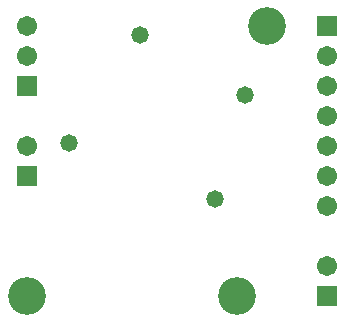
<source format=gbs>
%FSTAX23Y23*%
%MOIN*%
%SFA1B1*%

%IPPOS*%
%ADD23C,0.126110*%
%ADD24C,0.067060*%
%ADD25R,0.067060X0.067060*%
%ADD26C,0.058000*%
%LNpcb1-1*%
%LPD*%
G54D23*
X00835Y001D03*
X00935Y01D03*
X00135Y001D03*
G54D24*
X01135Y004D03*
Y005D03*
Y006D03*
Y007D03*
Y009D03*
Y008D03*
Y002D03*
X00135Y006D03*
Y009D03*
Y01D03*
G54D25*
X01135Y01D03*
Y001D03*
X00135Y005D03*
Y008D03*
G54D26*
X0086Y0077D03*
X0051Y0097D03*
X0076Y00425D03*
X00275Y0061D03*
M02*
</source>
